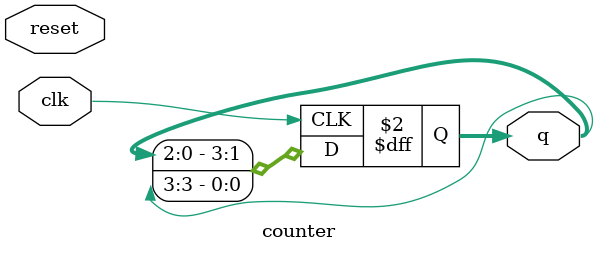
<source format=v>
module counter( 
    input clk,
    input reset,
    output reg [3:0] q
); 
// update q on the positive edge of the clock according to the following cases:
// on reset, assign q to 1
// else if q is 12, assign q to 1
// else, increment q by 1 
always@(posedge clk)
   begin
	    q = {q[2:0], q[3]};
   end
	 
endmodule

</source>
